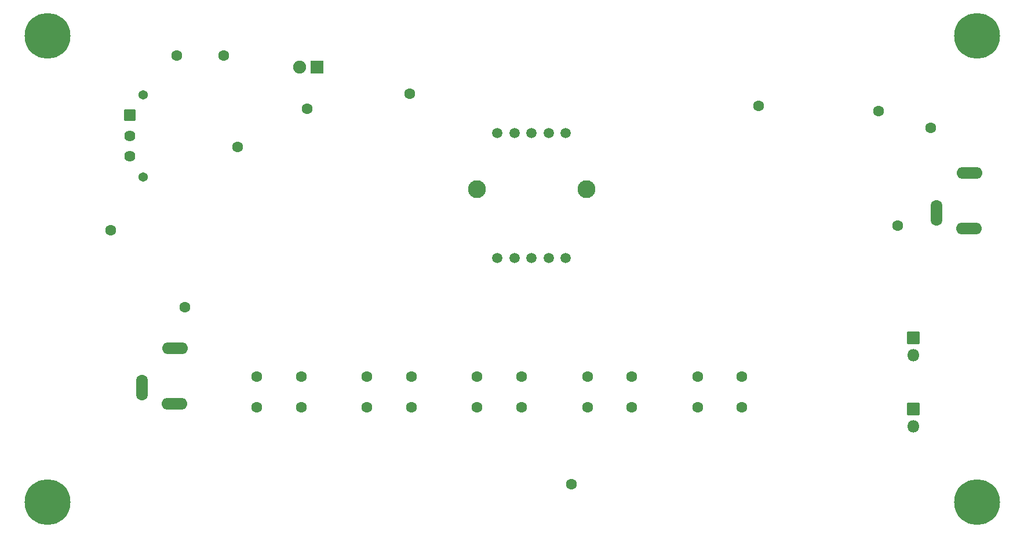
<source format=gbs>
%TF.GenerationSoftware,KiCad,Pcbnew,8.0.2*%
%TF.CreationDate,2024-05-21T21:06:14-07:00*%
%TF.ProjectId,voltage ref calibration tool,766f6c74-6167-4652-9072-65662063616c,rev?*%
%TF.SameCoordinates,Original*%
%TF.FileFunction,Soldermask,Bot*%
%TF.FilePolarity,Negative*%
%FSLAX46Y46*%
G04 Gerber Fmt 4.6, Leading zero omitted, Abs format (unit mm)*
G04 Created by KiCad (PCBNEW 8.0.2) date 2024-05-21 21:06:14*
%MOMM*%
%LPD*%
G01*
G04 APERTURE LIST*
G04 Aperture macros list*
%AMRoundRect*
0 Rectangle with rounded corners*
0 $1 Rounding radius*
0 $2 $3 $4 $5 $6 $7 $8 $9 X,Y pos of 4 corners*
0 Add a 4 corners polygon primitive as box body*
4,1,4,$2,$3,$4,$5,$6,$7,$8,$9,$2,$3,0*
0 Add four circle primitives for the rounded corners*
1,1,$1+$1,$2,$3*
1,1,$1+$1,$4,$5*
1,1,$1+$1,$6,$7*
1,1,$1+$1,$8,$9*
0 Add four rect primitives between the rounded corners*
20,1,$1+$1,$2,$3,$4,$5,0*
20,1,$1+$1,$4,$5,$6,$7,0*
20,1,$1+$1,$6,$7,$8,$9,0*
20,1,$1+$1,$8,$9,$2,$3,0*%
G04 Aperture macros list end*
%ADD10RoundRect,0.050000X0.900000X0.900000X-0.900000X0.900000X-0.900000X-0.900000X0.900000X-0.900000X0*%
%ADD11C,1.900000*%
%ADD12C,1.600000*%
%ADD13C,1.050000*%
%ADD14C,6.700000*%
%ADD15C,1.607998*%
%ADD16C,1.370000*%
%ADD17RoundRect,0.050000X0.760000X-0.760000X0.760000X0.760000X-0.760000X0.760000X-0.760000X-0.760000X0*%
%ADD18C,1.620000*%
%ADD19C,1.497000*%
%ADD20C,2.614600*%
%ADD21RoundRect,0.050000X-0.850000X-0.850000X0.850000X-0.850000X0.850000X0.850000X-0.850000X0.850000X0*%
%ADD22O,1.800000X1.800000*%
%ADD23O,3.800000X1.700000*%
%ADD24O,1.700000X3.800000*%
G04 APERTURE END LIST*
D10*
%TO.C,D3*%
X81153000Y-43180000D03*
D11*
X78613000Y-43180000D03*
%TD*%
D12*
%TO.C,TP8*%
X67564000Y-41529000D03*
%TD*%
%TO.C,TP9*%
X51054000Y-67056000D03*
%TD*%
%TO.C,TP11*%
X170815000Y-52070000D03*
%TD*%
D13*
%TO.C,H4*%
X175178000Y-106887000D03*
X175880944Y-105189944D03*
X175880944Y-108584056D03*
X177578000Y-104487000D03*
D14*
X177578000Y-106887000D03*
D13*
X177578000Y-109287000D03*
X179275056Y-105189944D03*
X179275056Y-108584056D03*
X179978000Y-106887000D03*
%TD*%
D15*
%TO.C,SW2*%
X143279002Y-92964000D03*
X136779000Y-92964000D03*
X143279002Y-88463999D03*
X136779000Y-88463999D03*
%TD*%
D16*
%TO.C,J2*%
X55753000Y-59243976D03*
X55753000Y-47244000D03*
D17*
X53793000Y-50243999D03*
D18*
X53793000Y-53243998D03*
X53793000Y-56243997D03*
%TD*%
D19*
%TO.C,SW1*%
X117522000Y-71153000D03*
X115022000Y-71153000D03*
X112522000Y-71153000D03*
X110022000Y-71153000D03*
X107522000Y-71153000D03*
X107522000Y-52853001D03*
X110022000Y-52853001D03*
X112522000Y-52853001D03*
X115022000Y-52853001D03*
X117522000Y-52853001D03*
D20*
X120522002Y-61023068D03*
X104521998Y-61023068D03*
%TD*%
D12*
%TO.C,TP3*%
X69596000Y-54864000D03*
%TD*%
D21*
%TO.C,J4*%
X168275000Y-82799000D03*
D22*
X168275000Y-85339000D03*
%TD*%
D15*
%TO.C,SW4*%
X111084502Y-92964000D03*
X104584500Y-92964000D03*
X111084502Y-88463999D03*
X104584500Y-88463999D03*
%TD*%
%TO.C,SW6*%
X78890002Y-92964000D03*
X72390000Y-92964000D03*
X78890002Y-88463999D03*
X72390000Y-88463999D03*
%TD*%
D12*
%TO.C,TP2*%
X79756000Y-49276000D03*
%TD*%
%TO.C,TP7*%
X60706000Y-41529000D03*
%TD*%
D15*
%TO.C,SW3*%
X127181752Y-92964000D03*
X120681750Y-92964000D03*
X127181752Y-88463999D03*
X120681750Y-88463999D03*
%TD*%
D12*
%TO.C,TP4*%
X94742000Y-47117000D03*
%TD*%
%TO.C,TP1*%
X61849000Y-78359000D03*
%TD*%
%TO.C,TP10*%
X163195000Y-49657000D03*
%TD*%
D13*
%TO.C,H1*%
X39383000Y-38608000D03*
X40085944Y-36910944D03*
X40085944Y-40305056D03*
X41783000Y-36208000D03*
D14*
X41783000Y-38608000D03*
D13*
X41783000Y-41008000D03*
X43480056Y-36910944D03*
X43480056Y-40305056D03*
X44183000Y-38608000D03*
%TD*%
D15*
%TO.C,SW5*%
X94987252Y-92964000D03*
X88487250Y-92964000D03*
X94987252Y-88463999D03*
X88487250Y-88463999D03*
%TD*%
D23*
%TO.C,J3*%
X176431061Y-66792899D03*
X176531137Y-58692900D03*
D24*
X171731139Y-64492899D03*
%TD*%
D12*
%TO.C,TP12*%
X165989000Y-66421000D03*
%TD*%
D21*
%TO.C,J5*%
X168275000Y-93218000D03*
D22*
X168275000Y-95758000D03*
%TD*%
D23*
%TO.C,J1*%
X60351924Y-92427999D03*
X60452000Y-84328000D03*
D24*
X55652002Y-90127999D03*
%TD*%
D12*
%TO.C,TP5*%
X118364000Y-104267000D03*
%TD*%
D13*
%TO.C,H3*%
X39383000Y-106887000D03*
X40085944Y-105189944D03*
X40085944Y-108584056D03*
X41783000Y-104487000D03*
D14*
X41783000Y-106887000D03*
D13*
X41783000Y-109287000D03*
X43480056Y-105189944D03*
X43480056Y-108584056D03*
X44183000Y-106887000D03*
%TD*%
D12*
%TO.C,TP6*%
X145669000Y-48895000D03*
%TD*%
D13*
%TO.C,H2*%
X175178000Y-38608000D03*
X175880944Y-36910944D03*
X175880944Y-40305056D03*
X177578000Y-36208000D03*
D14*
X177578000Y-38608000D03*
D13*
X177578000Y-41008000D03*
X179275056Y-36910944D03*
X179275056Y-40305056D03*
X179978000Y-38608000D03*
%TD*%
M02*

</source>
